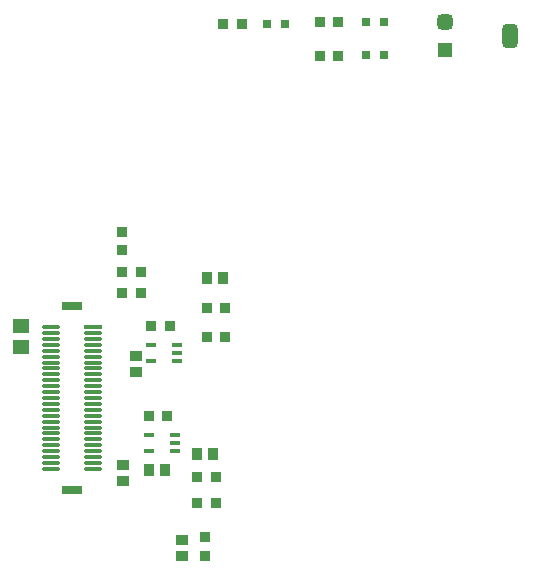
<source format=gtp>
G04*
G04 #@! TF.GenerationSoftware,Altium Limited,Altium Designer,19.0.10 (269)*
G04*
G04 Layer_Color=8421504*
%FSLAX25Y25*%
%MOIN*%
G70*
G01*
G75*
%ADD15R,0.05118X0.05118*%
G04:AMPARAMS|DCode=16|XSize=51.18mil|YSize=51.18mil|CornerRadius=12.8mil|HoleSize=0mil|Usage=FLASHONLY|Rotation=180.000|XOffset=0mil|YOffset=0mil|HoleType=Round|Shape=RoundedRectangle|*
%AMROUNDEDRECTD16*
21,1,0.05118,0.02559,0,0,180.0*
21,1,0.02559,0.05118,0,0,180.0*
1,1,0.02559,-0.01280,0.01280*
1,1,0.02559,0.01280,0.01280*
1,1,0.02559,0.01280,-0.01280*
1,1,0.02559,-0.01280,-0.01280*
%
%ADD16ROUNDEDRECTD16*%
G04:AMPARAMS|DCode=17|XSize=51.18mil|YSize=78.74mil|CornerRadius=12.8mil|HoleSize=0mil|Usage=FLASHONLY|Rotation=180.000|XOffset=0mil|YOffset=0mil|HoleType=Round|Shape=RoundedRectangle|*
%AMROUNDEDRECTD17*
21,1,0.05118,0.05315,0,0,180.0*
21,1,0.02559,0.07874,0,0,180.0*
1,1,0.02559,-0.01280,0.02657*
1,1,0.02559,0.01280,0.02657*
1,1,0.02559,0.01280,-0.02657*
1,1,0.02559,-0.01280,-0.02657*
%
%ADD17ROUNDEDRECTD17*%
%ADD18R,0.03150X0.03150*%
%ADD19R,0.03347X0.03347*%
%ADD20R,0.03347X0.03347*%
%ADD21R,0.03543X0.03937*%
%ADD22R,0.03937X0.03543*%
%ADD23R,0.03347X0.01378*%
%ADD24R,0.05512X0.04528*%
%ADD25R,0.07087X0.03150*%
%ADD26R,0.06299X0.01181*%
%ADD27O,0.06299X0.01181*%
D15*
X146063Y175197D02*
D03*
D16*
Y184252D02*
D03*
D17*
X167717Y179724D02*
D03*
D18*
X125743Y184271D02*
D03*
X119837D02*
D03*
X125743Y173276D02*
D03*
X119837D02*
D03*
X92716Y183858D02*
D03*
X86811D02*
D03*
D19*
X110487Y173228D02*
D03*
X104385D02*
D03*
X110487Y184231D02*
D03*
X104385D02*
D03*
X78248Y183819D02*
D03*
X72146D02*
D03*
X44587Y101181D02*
D03*
X38484D02*
D03*
X44587Y94095D02*
D03*
X38484D02*
D03*
X72768Y79527D02*
D03*
X66665D02*
D03*
X69587Y24016D02*
D03*
X63484D02*
D03*
Y32677D02*
D03*
X69587D02*
D03*
X54232Y82972D02*
D03*
X48130D02*
D03*
X53445Y53150D02*
D03*
X47343D02*
D03*
X66665Y88976D02*
D03*
X72768D02*
D03*
D20*
X38386Y108366D02*
D03*
Y114469D02*
D03*
X66142Y6496D02*
D03*
Y12598D02*
D03*
D21*
X71980Y99212D02*
D03*
X66665D02*
D03*
X68799Y40551D02*
D03*
X63484D02*
D03*
X47343Y35039D02*
D03*
X52658D02*
D03*
D22*
X38583Y31299D02*
D03*
Y36614D02*
D03*
X58268Y6398D02*
D03*
Y11713D02*
D03*
X43110Y67716D02*
D03*
Y73032D02*
D03*
D23*
X48031Y71457D02*
D03*
Y76575D02*
D03*
X56693D02*
D03*
Y74016D02*
D03*
Y71457D02*
D03*
X47244Y41535D02*
D03*
Y46654D02*
D03*
X55905D02*
D03*
Y44094D02*
D03*
Y41535D02*
D03*
D24*
X4724Y76083D02*
D03*
Y82972D02*
D03*
D25*
X21654Y28346D02*
D03*
Y89764D02*
D03*
D26*
X28740Y82677D02*
D03*
D27*
Y80709D02*
D03*
Y78740D02*
D03*
Y76772D02*
D03*
Y74803D02*
D03*
Y72835D02*
D03*
Y70866D02*
D03*
Y68898D02*
D03*
Y66929D02*
D03*
Y64961D02*
D03*
Y62992D02*
D03*
Y61024D02*
D03*
Y59055D02*
D03*
Y57087D02*
D03*
Y55118D02*
D03*
Y53150D02*
D03*
Y51181D02*
D03*
Y49213D02*
D03*
Y47244D02*
D03*
Y45276D02*
D03*
Y43307D02*
D03*
Y41339D02*
D03*
Y39370D02*
D03*
Y37402D02*
D03*
Y35433D02*
D03*
X14567D02*
D03*
Y37402D02*
D03*
Y39370D02*
D03*
Y41339D02*
D03*
Y43307D02*
D03*
Y45276D02*
D03*
Y47244D02*
D03*
Y49213D02*
D03*
Y51181D02*
D03*
Y53150D02*
D03*
Y55118D02*
D03*
Y57087D02*
D03*
Y59055D02*
D03*
Y61024D02*
D03*
Y62992D02*
D03*
Y64961D02*
D03*
Y66929D02*
D03*
Y68898D02*
D03*
Y70866D02*
D03*
Y72835D02*
D03*
Y74803D02*
D03*
Y76772D02*
D03*
Y78740D02*
D03*
Y80709D02*
D03*
Y82677D02*
D03*
M02*

</source>
